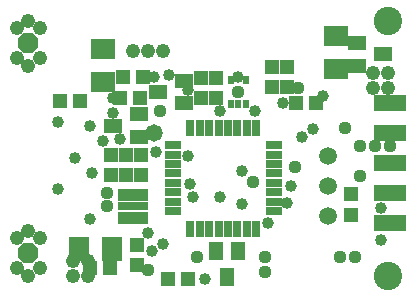
<source format=gts>
G75*
%MOIN*%
%OFA0B0*%
%FSLAX25Y25*%
%IPPOS*%
%LPD*%
%AMOC8*
5,1,8,0,0,1.08239X$1,22.5*
%
%ADD10C,0.09461*%
%ADD11R,0.05131X0.04737*%
%ADD12R,0.04737X0.05131*%
%ADD13R,0.05800X0.03000*%
%ADD14R,0.03000X0.05800*%
%ADD15R,0.10800X0.05800*%
%ADD16OC8,0.06800*%
%ADD17R,0.10249X0.03950*%
%ADD18R,0.10249X0.03162*%
%ADD19R,0.06312X0.04737*%
%ADD20R,0.04737X0.06312*%
%ADD21R,0.07898X0.07099*%
%ADD22C,0.05950*%
%ADD23R,0.02178X0.02769*%
%ADD24R,0.07099X0.07887*%
%ADD25R,0.07887X0.07099*%
%ADD26C,0.05800*%
%ADD27C,0.04369*%
%ADD28C,0.03975*%
%ADD29C,0.04762*%
D10*
X0139000Y0033997D03*
X0139000Y0118997D03*
D11*
X0114846Y0091497D03*
X0108154Y0091497D03*
X0105250Y0096900D03*
X0100250Y0096900D03*
X0100250Y0103593D03*
X0105250Y0103593D03*
X0081500Y0099843D03*
X0081500Y0093150D03*
X0056096Y0093372D03*
X0049404Y0093372D03*
X0036096Y0092122D03*
X0029404Y0092122D03*
X0055250Y0044218D03*
X0055250Y0037525D03*
X0046096Y0036497D03*
X0039404Y0036497D03*
X0126500Y0054400D03*
X0126500Y0061093D03*
D12*
X0076500Y0093150D03*
X0076500Y0099843D03*
X0057346Y0100247D03*
X0050654Y0100247D03*
X0051500Y0074218D03*
X0046500Y0074218D03*
X0046500Y0067525D03*
X0051500Y0067525D03*
X0056500Y0067525D03*
X0056500Y0074218D03*
X0065654Y0032747D03*
X0072346Y0032747D03*
D13*
X0067100Y0055473D03*
X0067100Y0058623D03*
X0067100Y0061772D03*
X0067100Y0064922D03*
X0067100Y0068072D03*
X0067100Y0071221D03*
X0067100Y0074371D03*
X0067100Y0077520D03*
X0100900Y0077520D03*
X0100900Y0074371D03*
X0100900Y0071221D03*
X0100900Y0068072D03*
X0100900Y0064922D03*
X0100900Y0061772D03*
X0100900Y0058623D03*
X0100900Y0055473D03*
D14*
X0095024Y0049597D03*
X0091874Y0049597D03*
X0088724Y0049597D03*
X0085575Y0049597D03*
X0082425Y0049597D03*
X0079276Y0049597D03*
X0076126Y0049597D03*
X0072976Y0049597D03*
X0072976Y0083397D03*
X0076126Y0083397D03*
X0079276Y0083397D03*
X0082425Y0083397D03*
X0085575Y0083397D03*
X0088724Y0083397D03*
X0091874Y0083397D03*
X0095024Y0083397D03*
D15*
X0139625Y0081497D03*
X0139625Y0091497D03*
X0139625Y0071497D03*
X0139625Y0061497D03*
X0139625Y0051497D03*
D16*
X0019000Y0041497D03*
X0019000Y0111497D03*
D17*
X0054000Y0061059D03*
X0054000Y0053185D03*
D18*
X0054000Y0057122D03*
D19*
X0055831Y0080257D03*
X0055831Y0087737D03*
X0062169Y0095247D03*
X0070831Y0098987D03*
X0070831Y0091507D03*
X0047169Y0083997D03*
X0128419Y0104007D03*
X0128419Y0111487D03*
X0137081Y0107747D03*
D20*
X0088990Y0042077D03*
X0081510Y0042077D03*
X0085250Y0033416D03*
D21*
X0121500Y0102773D03*
X0121500Y0113970D03*
D22*
X0119000Y0073997D03*
X0119000Y0063997D03*
X0119000Y0053997D03*
D23*
X0091559Y0091113D03*
X0089000Y0091113D03*
X0086441Y0091113D03*
X0086441Y0099381D03*
X0091559Y0099381D03*
D24*
X0047012Y0042747D03*
X0035988Y0042747D03*
D25*
X0044000Y0098485D03*
X0044000Y0109509D03*
D26*
X0060875Y0081497D03*
D27*
X0062750Y0088997D03*
X0089000Y0095247D03*
X0109000Y0096497D03*
X0124625Y0083372D03*
X0129625Y0077122D03*
X0134625Y0077122D03*
X0139625Y0077122D03*
X0129625Y0067122D03*
X0107750Y0070247D03*
X0094000Y0065247D03*
X0097750Y0040247D03*
X0097750Y0035247D03*
X0075250Y0040247D03*
X0059000Y0035872D03*
X0045250Y0057122D03*
X0045250Y0061497D03*
X0122750Y0040247D03*
X0127750Y0040247D03*
D28*
X0136500Y0045872D03*
X0136500Y0056497D03*
X0110250Y0080247D03*
X0114000Y0082747D03*
X0117125Y0093997D03*
X0104000Y0091497D03*
X0094625Y0088997D03*
X0082750Y0088997D03*
X0072125Y0095872D03*
X0065875Y0100872D03*
X0060875Y0100247D03*
X0047125Y0093372D03*
X0047125Y0088372D03*
X0039625Y0083997D03*
X0044000Y0078997D03*
X0049625Y0079622D03*
X0040250Y0068372D03*
X0034625Y0073372D03*
X0029000Y0062747D03*
X0039625Y0052747D03*
X0059000Y0048372D03*
X0064000Y0044622D03*
X0060250Y0042122D03*
X0077750Y0032747D03*
X0099000Y0051497D03*
X0105250Y0058372D03*
X0106500Y0063997D03*
X0090250Y0068997D03*
X0082750Y0060247D03*
X0090250Y0057747D03*
X0074000Y0060247D03*
X0072750Y0064622D03*
X0072125Y0073997D03*
X0061500Y0075247D03*
X0089000Y0100247D03*
X0029000Y0085247D03*
D29*
X0019000Y0033997D03*
X0022750Y0036497D03*
X0015250Y0036497D03*
X0015250Y0046497D03*
X0019000Y0048997D03*
X0022750Y0046497D03*
X0034000Y0038997D03*
X0039000Y0038997D03*
X0039000Y0033997D03*
X0034000Y0033997D03*
X0019000Y0103997D03*
X0022750Y0106497D03*
X0015250Y0106497D03*
X0015250Y0116497D03*
X0019000Y0118997D03*
X0022750Y0116497D03*
X0054000Y0108997D03*
X0059000Y0108997D03*
X0064000Y0108997D03*
X0134000Y0101497D03*
X0139000Y0101497D03*
X0139000Y0096497D03*
X0134000Y0096497D03*
M02*

</source>
